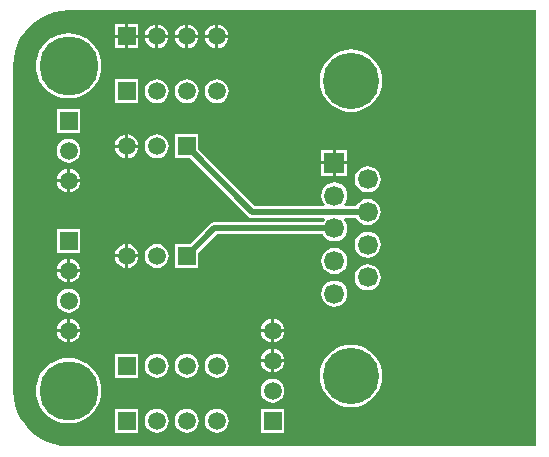
<source format=gbl>
G04 Layer_Physical_Order=2*
G04 Layer_Color=16711680*
%FSLAX24Y24*%
%MOIN*%
G70*
G01*
G75*
%ADD15C,0.0200*%
%ADD16C,0.1874*%
%ADD17R,0.0665X0.0665*%
%ADD18C,0.0665*%
%ADD19C,0.0591*%
%ADD20R,0.0591X0.0591*%
%ADD21R,0.0591X0.0591*%
%ADD22C,0.1969*%
G36*
X0Y12674D02*
X15595D01*
Y-1847D01*
X0D01*
X-7Y-1848D01*
X-241Y-1833D01*
X-479Y-1786D01*
X-708Y-1708D01*
X-924Y-1601D01*
X-1126Y-1467D01*
X-1307Y-1307D01*
X-1467Y-1126D01*
X-1601Y-924D01*
X-1708Y-708D01*
X-1786Y-479D01*
X-1833Y-241D01*
X-1848Y-7D01*
X-1847Y0D01*
Y10827D01*
X-1848Y10834D01*
X-1833Y11068D01*
X-1786Y11305D01*
X-1708Y11534D01*
X-1601Y11751D01*
X-1467Y11952D01*
X-1307Y12134D01*
X-1126Y12294D01*
X-924Y12428D01*
X-708Y12535D01*
X-479Y12613D01*
X-241Y12660D01*
X-7Y12675D01*
X0Y12674D01*
D02*
G37*
%LPC*%
G36*
X8859Y3669D02*
X8746Y3654D01*
X8641Y3610D01*
X8550Y3541D01*
X8481Y3450D01*
X8437Y3345D01*
X8422Y3232D01*
X8437Y3119D01*
X8481Y3014D01*
X8550Y2924D01*
X8641Y2854D01*
X8746Y2811D01*
X8859Y2796D01*
X8972Y2811D01*
X9077Y2854D01*
X9167Y2924D01*
X9237Y3014D01*
X9280Y3119D01*
X9295Y3232D01*
X9280Y3345D01*
X9237Y3450D01*
X9167Y3541D01*
X9077Y3610D01*
X8972Y3654D01*
X8859Y3669D01*
D02*
G37*
G36*
X0Y3399D02*
X-103Y3385D01*
X-199Y3345D01*
X-282Y3282D01*
X-345Y3199D01*
X-385Y3103D01*
X-399Y3000D01*
X-385Y2897D01*
X-345Y2801D01*
X-282Y2718D01*
X-199Y2655D01*
X-103Y2615D01*
X0Y2601D01*
X103Y2615D01*
X199Y2655D01*
X282Y2718D01*
X345Y2801D01*
X385Y2897D01*
X399Y3000D01*
X385Y3103D01*
X345Y3199D01*
X282Y3282D01*
X199Y3345D01*
X103Y3385D01*
X0Y3399D01*
D02*
G37*
G36*
X-50Y3950D02*
X-392D01*
X-385Y3897D01*
X-345Y3801D01*
X-282Y3718D01*
X-199Y3655D01*
X-103Y3615D01*
X-50Y3608D01*
Y3950D01*
D02*
G37*
G36*
X9977Y4214D02*
X9864Y4199D01*
X9759Y4155D01*
X9668Y4086D01*
X9599Y3996D01*
X9555Y3891D01*
X9540Y3778D01*
X9555Y3665D01*
X9599Y3559D01*
X9668Y3469D01*
X9759Y3400D01*
X9864Y3356D01*
X9977Y3341D01*
X10090Y3356D01*
X10195Y3400D01*
X10285Y3469D01*
X10355Y3559D01*
X10398Y3665D01*
X10413Y3778D01*
X10398Y3891D01*
X10355Y3996D01*
X10285Y4086D01*
X10195Y4155D01*
X10090Y4199D01*
X9977Y4214D01*
D02*
G37*
G36*
X6850Y2392D02*
Y2050D01*
X7192D01*
X7185Y2103D01*
X7145Y2199D01*
X7082Y2282D01*
X6999Y2345D01*
X6903Y2385D01*
X6850Y2392D01*
D02*
G37*
G36*
X6750D02*
X6697Y2385D01*
X6601Y2345D01*
X6518Y2282D01*
X6455Y2199D01*
X6415Y2103D01*
X6408Y2050D01*
X6750D01*
Y2392D01*
D02*
G37*
G36*
X7192Y1950D02*
X6850D01*
Y1608D01*
X6903Y1615D01*
X6999Y1655D01*
X7082Y1718D01*
X7145Y1801D01*
X7185Y1897D01*
X7192Y1950D01*
D02*
G37*
G36*
X50Y2392D02*
Y2050D01*
X392D01*
X385Y2103D01*
X345Y2199D01*
X282Y2282D01*
X199Y2345D01*
X103Y2385D01*
X50Y2392D01*
D02*
G37*
G36*
X-50D02*
X-103Y2385D01*
X-199Y2345D01*
X-282Y2282D01*
X-345Y2199D01*
X-385Y2103D01*
X-392Y2050D01*
X-50D01*
Y2392D01*
D02*
G37*
G36*
X392Y3950D02*
X50D01*
Y3608D01*
X103Y3615D01*
X199Y3655D01*
X282Y3718D01*
X345Y3801D01*
X385Y3897D01*
X392Y3950D01*
D02*
G37*
G36*
X9977Y5305D02*
X9864Y5290D01*
X9759Y5246D01*
X9668Y5177D01*
X9599Y5086D01*
X9555Y4981D01*
X9540Y4868D01*
X9555Y4755D01*
X9599Y4650D01*
X9668Y4560D01*
X9759Y4490D01*
X9864Y4447D01*
X9977Y4432D01*
X10090Y4447D01*
X10195Y4490D01*
X10285Y4560D01*
X10355Y4650D01*
X10398Y4755D01*
X10413Y4868D01*
X10398Y4981D01*
X10355Y5086D01*
X10285Y5177D01*
X10195Y5246D01*
X10090Y5290D01*
X9977Y5305D01*
D02*
G37*
G36*
X2329Y4440D02*
X1987D01*
Y4098D01*
X2040Y4105D01*
X2136Y4145D01*
X2219Y4209D01*
X2282Y4291D01*
X2322Y4387D01*
X2329Y4440D01*
D02*
G37*
G36*
X1987Y4883D02*
Y4540D01*
X2329D01*
X2322Y4594D01*
X2282Y4690D01*
X2219Y4772D01*
X2136Y4836D01*
X2040Y4876D01*
X1987Y4883D01*
D02*
G37*
G36*
X1887D02*
X1834Y4876D01*
X1738Y4836D01*
X1655Y4772D01*
X1592Y4690D01*
X1552Y4594D01*
X1545Y4540D01*
X1887D01*
Y4883D01*
D02*
G37*
G36*
Y4440D02*
X1545D01*
X1552Y4387D01*
X1592Y4291D01*
X1655Y4209D01*
X1738Y4145D01*
X1834Y4105D01*
X1887Y4098D01*
Y4440D01*
D02*
G37*
G36*
X-50Y4392D02*
X-103Y4385D01*
X-199Y4345D01*
X-282Y4282D01*
X-345Y4199D01*
X-385Y4103D01*
X-392Y4050D01*
X-50D01*
Y4392D01*
D02*
G37*
G36*
X8859Y4759D02*
X8746Y4744D01*
X8641Y4701D01*
X8550Y4631D01*
X8481Y4541D01*
X8437Y4436D01*
X8422Y4323D01*
X8437Y4210D01*
X8481Y4105D01*
X8550Y4014D01*
X8641Y3945D01*
X8746Y3901D01*
X8859Y3886D01*
X8972Y3901D01*
X9077Y3945D01*
X9167Y4014D01*
X9237Y4105D01*
X9280Y4210D01*
X9295Y4323D01*
X9280Y4436D01*
X9237Y4541D01*
X9167Y4631D01*
X9077Y4701D01*
X8972Y4744D01*
X8859Y4759D01*
D02*
G37*
G36*
X2937Y4889D02*
X2834Y4876D01*
X2738Y4836D01*
X2655Y4772D01*
X2592Y4690D01*
X2552Y4594D01*
X2538Y4490D01*
X2552Y4387D01*
X2592Y4291D01*
X2655Y4209D01*
X2738Y4145D01*
X2834Y4105D01*
X2937Y4092D01*
X3040Y4105D01*
X3136Y4145D01*
X3219Y4209D01*
X3282Y4291D01*
X3322Y4387D01*
X3336Y4490D01*
X3322Y4594D01*
X3282Y4690D01*
X3219Y4772D01*
X3136Y4836D01*
X3040Y4876D01*
X2937Y4889D01*
D02*
G37*
G36*
X50Y4392D02*
Y4050D01*
X392D01*
X385Y4103D01*
X345Y4199D01*
X282Y4282D01*
X199Y4345D01*
X103Y4385D01*
X50Y4392D01*
D02*
G37*
G36*
X9418Y1534D02*
X9255Y1522D01*
X9096Y1483D01*
X8946Y1421D01*
X8806Y1336D01*
X8682Y1230D01*
X8576Y1106D01*
X8491Y966D01*
X8429Y816D01*
X8390Y657D01*
X8378Y494D01*
X8390Y331D01*
X8429Y173D01*
X8491Y22D01*
X8576Y-117D01*
X8682Y-241D01*
X8806Y-347D01*
X8946Y-433D01*
X9096Y-495D01*
X9255Y-533D01*
X9418Y-546D01*
X9581Y-533D01*
X9739Y-495D01*
X9890Y-433D01*
X10029Y-347D01*
X10153Y-241D01*
X10259Y-117D01*
X10345Y22D01*
X10407Y173D01*
X10445Y331D01*
X10458Y494D01*
X10445Y657D01*
X10407Y816D01*
X10345Y966D01*
X10259Y1106D01*
X10153Y1230D01*
X10029Y1336D01*
X9890Y1421D01*
X9739Y1483D01*
X9581Y1522D01*
X9418Y1534D01*
D02*
G37*
G36*
X0Y1088D02*
X-170Y1074D01*
X-336Y1034D01*
X-494Y969D01*
X-639Y880D01*
X-769Y769D01*
X-880Y639D01*
X-969Y494D01*
X-1034Y336D01*
X-1074Y170D01*
X-1088Y0D01*
X-1074Y-170D01*
X-1034Y-336D01*
X-969Y-494D01*
X-880Y-639D01*
X-769Y-769D01*
X-639Y-880D01*
X-494Y-969D01*
X-336Y-1034D01*
X-170Y-1074D01*
X0Y-1088D01*
X170Y-1074D01*
X336Y-1034D01*
X494Y-969D01*
X639Y-880D01*
X769Y-769D01*
X880Y-639D01*
X969Y-494D01*
X1034Y-336D01*
X1074Y-170D01*
X1088Y0D01*
X1074Y170D01*
X1034Y336D01*
X969Y494D01*
X880Y639D01*
X769Y769D01*
X639Y880D01*
X494Y969D01*
X336Y1034D01*
X170Y1074D01*
X0Y1088D01*
D02*
G37*
G36*
X2937Y1229D02*
X2834Y1215D01*
X2738Y1175D01*
X2655Y1112D01*
X2592Y1029D01*
X2552Y933D01*
X2538Y830D01*
X2552Y727D01*
X2592Y631D01*
X2655Y548D01*
X2738Y485D01*
X2834Y445D01*
X2937Y431D01*
X3040Y445D01*
X3136Y485D01*
X3219Y548D01*
X3282Y631D01*
X3322Y727D01*
X3336Y830D01*
X3322Y933D01*
X3282Y1029D01*
X3219Y1112D01*
X3136Y1175D01*
X3040Y1215D01*
X2937Y1229D01*
D02*
G37*
G36*
X6800Y399D02*
X6697Y385D01*
X6601Y345D01*
X6518Y282D01*
X6455Y199D01*
X6415Y103D01*
X6401Y0D01*
X6415Y-103D01*
X6455Y-199D01*
X6518Y-282D01*
X6601Y-345D01*
X6697Y-385D01*
X6800Y-399D01*
X6903Y-385D01*
X6999Y-345D01*
X7082Y-282D01*
X7145Y-199D01*
X7185Y-103D01*
X7199Y0D01*
X7185Y103D01*
X7145Y199D01*
X7082Y282D01*
X6999Y345D01*
X6903Y385D01*
X6800Y399D01*
D02*
G37*
G36*
X7195Y-605D02*
X6405D01*
Y-1395D01*
X7195D01*
Y-605D01*
D02*
G37*
G36*
X3937Y-601D02*
X3834Y-615D01*
X3738Y-655D01*
X3655Y-718D01*
X3592Y-801D01*
X3552Y-897D01*
X3538Y-1000D01*
X3552Y-1103D01*
X3592Y-1199D01*
X3655Y-1282D01*
X3738Y-1345D01*
X3834Y-1385D01*
X3937Y-1399D01*
X4040Y-1385D01*
X4136Y-1345D01*
X4219Y-1282D01*
X4282Y-1199D01*
X4322Y-1103D01*
X4336Y-1000D01*
X4322Y-897D01*
X4282Y-801D01*
X4219Y-718D01*
X4136Y-655D01*
X4040Y-615D01*
X3937Y-601D01*
D02*
G37*
G36*
X2937D02*
X2834Y-615D01*
X2738Y-655D01*
X2655Y-718D01*
X2592Y-801D01*
X2552Y-897D01*
X2538Y-1000D01*
X2552Y-1103D01*
X2592Y-1199D01*
X2655Y-1282D01*
X2738Y-1345D01*
X2834Y-1385D01*
X2937Y-1399D01*
X3040Y-1385D01*
X3136Y-1345D01*
X3219Y-1282D01*
X3282Y-1199D01*
X3322Y-1103D01*
X3336Y-1000D01*
X3322Y-897D01*
X3282Y-801D01*
X3219Y-718D01*
X3136Y-655D01*
X3040Y-615D01*
X2937Y-601D01*
D02*
G37*
G36*
X2332Y-605D02*
X1542D01*
Y-1395D01*
X2332D01*
Y-605D01*
D02*
G37*
G36*
X4937Y-601D02*
X4834Y-615D01*
X4738Y-655D01*
X4655Y-718D01*
X4592Y-801D01*
X4552Y-897D01*
X4538Y-1000D01*
X4552Y-1103D01*
X4592Y-1199D01*
X4655Y-1282D01*
X4738Y-1345D01*
X4834Y-1385D01*
X4937Y-1399D01*
X5040Y-1385D01*
X5136Y-1345D01*
X5219Y-1282D01*
X5282Y-1199D01*
X5322Y-1103D01*
X5336Y-1000D01*
X5322Y-897D01*
X5282Y-801D01*
X5219Y-718D01*
X5136Y-655D01*
X5040Y-615D01*
X4937Y-601D01*
D02*
G37*
G36*
X3937Y1229D02*
X3834Y1215D01*
X3738Y1175D01*
X3655Y1112D01*
X3592Y1029D01*
X3552Y933D01*
X3538Y830D01*
X3552Y727D01*
X3592Y631D01*
X3655Y548D01*
X3738Y485D01*
X3834Y445D01*
X3937Y431D01*
X4040Y445D01*
X4136Y485D01*
X4219Y548D01*
X4282Y631D01*
X4322Y727D01*
X4336Y830D01*
X4322Y933D01*
X4282Y1029D01*
X4219Y1112D01*
X4136Y1175D01*
X4040Y1215D01*
X3937Y1229D01*
D02*
G37*
G36*
X6750Y1950D02*
X6408D01*
X6415Y1897D01*
X6455Y1801D01*
X6518Y1718D01*
X6601Y1655D01*
X6697Y1615D01*
X6750Y1608D01*
Y1950D01*
D02*
G37*
G36*
X6850Y1392D02*
Y1050D01*
X7192D01*
X7185Y1103D01*
X7145Y1199D01*
X7082Y1282D01*
X6999Y1345D01*
X6903Y1385D01*
X6850Y1392D01*
D02*
G37*
G36*
X392Y1950D02*
X50D01*
Y1608D01*
X103Y1615D01*
X199Y1655D01*
X282Y1718D01*
X345Y1801D01*
X385Y1897D01*
X392Y1950D01*
D02*
G37*
G36*
X-50D02*
X-392D01*
X-385Y1897D01*
X-345Y1801D01*
X-282Y1718D01*
X-199Y1655D01*
X-103Y1615D01*
X-50Y1608D01*
Y1950D01*
D02*
G37*
G36*
X6750Y1392D02*
X6697Y1385D01*
X6601Y1345D01*
X6518Y1282D01*
X6455Y1199D01*
X6415Y1103D01*
X6408Y1050D01*
X6750D01*
Y1392D01*
D02*
G37*
G36*
X2332Y1225D02*
X1542D01*
Y435D01*
X2332D01*
Y1225D01*
D02*
G37*
G36*
X4937Y1229D02*
X4834Y1215D01*
X4738Y1175D01*
X4655Y1112D01*
X4592Y1029D01*
X4552Y933D01*
X4538Y830D01*
X4552Y727D01*
X4592Y631D01*
X4655Y548D01*
X4738Y485D01*
X4834Y445D01*
X4937Y431D01*
X5040Y445D01*
X5136Y485D01*
X5219Y548D01*
X5282Y631D01*
X5322Y727D01*
X5336Y830D01*
X5322Y933D01*
X5282Y1029D01*
X5219Y1112D01*
X5136Y1175D01*
X5040Y1215D01*
X4937Y1229D01*
D02*
G37*
G36*
X7192Y950D02*
X6850D01*
Y608D01*
X6903Y615D01*
X6999Y655D01*
X7082Y718D01*
X7145Y801D01*
X7185Y897D01*
X7192Y950D01*
D02*
G37*
G36*
X6750D02*
X6408D01*
X6415Y897D01*
X6455Y801D01*
X6518Y718D01*
X6601Y655D01*
X6697Y615D01*
X6750Y608D01*
Y950D01*
D02*
G37*
G36*
X395Y5395D02*
X-395D01*
Y4605D01*
X395D01*
Y5395D01*
D02*
G37*
G36*
X3329Y11761D02*
X2987D01*
Y11419D01*
X3040Y11426D01*
X3136Y11466D01*
X3219Y11529D01*
X3282Y11612D01*
X3322Y11708D01*
X3329Y11761D01*
D02*
G37*
G36*
X2887D02*
X2545D01*
X2552Y11708D01*
X2592Y11612D01*
X2655Y11529D01*
X2738Y11466D01*
X2834Y11426D01*
X2887Y11419D01*
Y11761D01*
D02*
G37*
G36*
X4329D02*
X3987D01*
Y11419D01*
X4040Y11426D01*
X4136Y11466D01*
X4219Y11529D01*
X4282Y11612D01*
X4322Y11708D01*
X4329Y11761D01*
D02*
G37*
G36*
X3887D02*
X3545D01*
X3552Y11708D01*
X3592Y11612D01*
X3655Y11529D01*
X3738Y11466D01*
X3834Y11426D01*
X3887Y11419D01*
Y11761D01*
D02*
G37*
G36*
X2332D02*
X1987D01*
Y11416D01*
X2332D01*
Y11761D01*
D02*
G37*
G36*
Y10376D02*
X1542D01*
Y9586D01*
X2332D01*
Y10376D01*
D02*
G37*
G36*
X4937Y10380D02*
X4834Y10366D01*
X4738Y10326D01*
X4655Y10263D01*
X4592Y10180D01*
X4552Y10084D01*
X4538Y9981D01*
X4552Y9878D01*
X4592Y9782D01*
X4655Y9699D01*
X4738Y9636D01*
X4834Y9596D01*
X4937Y9582D01*
X5040Y9596D01*
X5136Y9636D01*
X5219Y9699D01*
X5282Y9782D01*
X5322Y9878D01*
X5336Y9981D01*
X5322Y10084D01*
X5282Y10180D01*
X5219Y10263D01*
X5136Y10326D01*
X5040Y10366D01*
X4937Y10380D01*
D02*
G37*
G36*
X1887Y11761D02*
X1542D01*
Y11416D01*
X1887D01*
Y11761D01*
D02*
G37*
G36*
X0Y11914D02*
X-170Y11901D01*
X-336Y11861D01*
X-494Y11796D01*
X-639Y11707D01*
X-769Y11596D01*
X-880Y11466D01*
X-969Y11321D01*
X-1034Y11163D01*
X-1074Y10997D01*
X-1088Y10827D01*
X-1074Y10657D01*
X-1034Y10491D01*
X-969Y10333D01*
X-880Y10187D01*
X-769Y10058D01*
X-639Y9947D01*
X-494Y9858D01*
X-336Y9792D01*
X-170Y9753D01*
X0Y9739D01*
X170Y9753D01*
X336Y9792D01*
X494Y9858D01*
X639Y9947D01*
X769Y10058D01*
X880Y10187D01*
X969Y10333D01*
X1034Y10491D01*
X1074Y10657D01*
X1088Y10827D01*
X1074Y10997D01*
X1034Y11163D01*
X969Y11321D01*
X880Y11466D01*
X769Y11596D01*
X639Y11707D01*
X494Y11796D01*
X336Y11861D01*
X170Y11901D01*
X0Y11914D01*
D02*
G37*
G36*
X4887Y11761D02*
X4545D01*
X4552Y11708D01*
X4592Y11612D01*
X4655Y11529D01*
X4738Y11466D01*
X4834Y11426D01*
X4887Y11419D01*
Y11761D01*
D02*
G37*
G36*
X3987Y12203D02*
Y11861D01*
X4329D01*
X4322Y11914D01*
X4282Y12010D01*
X4219Y12093D01*
X4136Y12156D01*
X4040Y12196D01*
X3987Y12203D01*
D02*
G37*
G36*
X3887D02*
X3834Y12196D01*
X3738Y12156D01*
X3655Y12093D01*
X3592Y12010D01*
X3552Y11914D01*
X3545Y11861D01*
X3887D01*
Y12203D01*
D02*
G37*
G36*
X4987D02*
Y11861D01*
X5329D01*
X5322Y11914D01*
X5282Y12010D01*
X5219Y12093D01*
X5136Y12156D01*
X5040Y12196D01*
X4987Y12203D01*
D02*
G37*
G36*
X4887D02*
X4834Y12196D01*
X4738Y12156D01*
X4655Y12093D01*
X4592Y12010D01*
X4552Y11914D01*
X4545Y11861D01*
X4887D01*
Y12203D01*
D02*
G37*
G36*
X2987D02*
Y11861D01*
X3329D01*
X3322Y11914D01*
X3282Y12010D01*
X3219Y12093D01*
X3136Y12156D01*
X3040Y12196D01*
X2987Y12203D01*
D02*
G37*
G36*
X1887Y12206D02*
X1542D01*
Y11861D01*
X1887D01*
Y12206D01*
D02*
G37*
G36*
X5329Y11761D02*
X4987D01*
Y11419D01*
X5040Y11426D01*
X5136Y11466D01*
X5219Y11529D01*
X5282Y11612D01*
X5322Y11708D01*
X5329Y11761D01*
D02*
G37*
G36*
X2887Y12203D02*
X2834Y12196D01*
X2738Y12156D01*
X2655Y12093D01*
X2592Y12010D01*
X2552Y11914D01*
X2545Y11861D01*
X2887D01*
Y12203D01*
D02*
G37*
G36*
X2332Y12206D02*
X1987D01*
Y11861D01*
X2332D01*
Y12206D01*
D02*
G37*
G36*
X3937Y10380D02*
X3834Y10366D01*
X3738Y10326D01*
X3655Y10263D01*
X3592Y10180D01*
X3552Y10084D01*
X3538Y9981D01*
X3552Y9878D01*
X3592Y9782D01*
X3655Y9699D01*
X3738Y9636D01*
X3834Y9596D01*
X3937Y9582D01*
X4040Y9596D01*
X4136Y9636D01*
X4219Y9699D01*
X4282Y9782D01*
X4322Y9878D01*
X4336Y9981D01*
X4322Y10084D01*
X4282Y10180D01*
X4219Y10263D01*
X4136Y10326D01*
X4040Y10366D01*
X3937Y10380D01*
D02*
G37*
G36*
X8809Y7544D02*
X8426D01*
Y7162D01*
X8809D01*
Y7544D01*
D02*
G37*
G36*
X50Y7392D02*
Y7050D01*
X392D01*
X385Y7103D01*
X345Y7199D01*
X282Y7282D01*
X199Y7345D01*
X103Y7385D01*
X50Y7392D01*
D02*
G37*
G36*
X0Y8399D02*
X-103Y8385D01*
X-199Y8345D01*
X-282Y8282D01*
X-345Y8199D01*
X-385Y8103D01*
X-399Y8000D01*
X-385Y7897D01*
X-345Y7801D01*
X-282Y7718D01*
X-199Y7655D01*
X-103Y7615D01*
X0Y7601D01*
X103Y7615D01*
X199Y7655D01*
X282Y7718D01*
X345Y7801D01*
X385Y7897D01*
X399Y8000D01*
X385Y8103D01*
X345Y8199D01*
X282Y8282D01*
X199Y8345D01*
X103Y8385D01*
X0Y8399D01*
D02*
G37*
G36*
X9291Y7544D02*
X8909D01*
Y7162D01*
X9291D01*
Y7544D01*
D02*
G37*
G36*
X-50Y7392D02*
X-103Y7385D01*
X-199Y7345D01*
X-282Y7282D01*
X-345Y7199D01*
X-385Y7103D01*
X-392Y7050D01*
X-50D01*
Y7392D01*
D02*
G37*
G36*
Y6950D02*
X-392D01*
X-385Y6897D01*
X-345Y6801D01*
X-282Y6718D01*
X-199Y6655D01*
X-103Y6615D01*
X-50Y6608D01*
Y6950D01*
D02*
G37*
G36*
X4332Y8546D02*
X3542D01*
Y7755D01*
X4044D01*
X5985Y5814D01*
X6051Y5770D01*
X6129Y5755D01*
X8515D01*
X8537Y5705D01*
X8481Y5632D01*
X8475Y5617D01*
X4860D01*
X4860Y5617D01*
X4782Y5602D01*
X4716Y5558D01*
X4044Y4886D01*
X3542D01*
Y4095D01*
X4332D01*
Y4597D01*
X4944Y5209D01*
X8475D01*
X8481Y5195D01*
X8550Y5105D01*
X8641Y5035D01*
X8746Y4992D01*
X8859Y4977D01*
X8972Y4992D01*
X9077Y5035D01*
X9167Y5105D01*
X9237Y5195D01*
X9280Y5300D01*
X9295Y5413D01*
X9280Y5526D01*
X9237Y5632D01*
X9181Y5705D01*
X9203Y5755D01*
X9593D01*
X9599Y5740D01*
X9668Y5650D01*
X9759Y5581D01*
X9864Y5537D01*
X9977Y5522D01*
X10090Y5537D01*
X10195Y5581D01*
X10285Y5650D01*
X10355Y5740D01*
X10398Y5846D01*
X10413Y5959D01*
X10398Y6072D01*
X10355Y6177D01*
X10285Y6267D01*
X10195Y6337D01*
X10090Y6380D01*
X9977Y6395D01*
X9864Y6380D01*
X9759Y6337D01*
X9668Y6267D01*
X9599Y6177D01*
X9593Y6163D01*
X9203D01*
X9181Y6213D01*
X9237Y6286D01*
X9280Y6391D01*
X9295Y6504D01*
X9280Y6617D01*
X9237Y6722D01*
X9167Y6813D01*
X9077Y6882D01*
X8972Y6925D01*
X8859Y6940D01*
X8746Y6925D01*
X8641Y6882D01*
X8550Y6813D01*
X8481Y6722D01*
X8437Y6617D01*
X8422Y6504D01*
X8437Y6391D01*
X8481Y6286D01*
X8537Y6213D01*
X8515Y6163D01*
X6214D01*
X4332Y8044D01*
Y8546D01*
D02*
G37*
G36*
X9977Y7486D02*
X9864Y7471D01*
X9759Y7427D01*
X9668Y7358D01*
X9599Y7267D01*
X9555Y7162D01*
X9540Y7049D01*
X9555Y6936D01*
X9599Y6831D01*
X9668Y6741D01*
X9759Y6671D01*
X9864Y6628D01*
X9977Y6613D01*
X10090Y6628D01*
X10195Y6671D01*
X10285Y6741D01*
X10355Y6831D01*
X10398Y6936D01*
X10413Y7049D01*
X10398Y7162D01*
X10355Y7267D01*
X10285Y7358D01*
X10195Y7427D01*
X10090Y7471D01*
X9977Y7486D01*
D02*
G37*
G36*
X392Y6950D02*
X50D01*
Y6608D01*
X103Y6615D01*
X199Y6655D01*
X282Y6718D01*
X345Y6801D01*
X385Y6897D01*
X392Y6950D01*
D02*
G37*
G36*
X8809Y8027D02*
X8426D01*
Y7644D01*
X8809D01*
Y8027D01*
D02*
G37*
G36*
X395Y9395D02*
X-395D01*
Y8605D01*
X395D01*
Y9395D01*
D02*
G37*
G36*
X1987Y8543D02*
Y8201D01*
X2329D01*
X2322Y8254D01*
X2282Y8350D01*
X2219Y8433D01*
X2136Y8496D01*
X2040Y8536D01*
X1987Y8543D01*
D02*
G37*
G36*
X2937Y10380D02*
X2834Y10366D01*
X2738Y10326D01*
X2655Y10263D01*
X2592Y10180D01*
X2552Y10084D01*
X2538Y9981D01*
X2552Y9878D01*
X2592Y9782D01*
X2655Y9699D01*
X2738Y9636D01*
X2834Y9596D01*
X2937Y9582D01*
X3040Y9596D01*
X3136Y9636D01*
X3219Y9699D01*
X3282Y9782D01*
X3322Y9878D01*
X3336Y9981D01*
X3322Y10084D01*
X3282Y10180D01*
X3219Y10263D01*
X3136Y10326D01*
X3040Y10366D01*
X2937Y10380D01*
D02*
G37*
G36*
X9418Y11373D02*
X9255Y11360D01*
X9096Y11322D01*
X8946Y11260D01*
X8806Y11174D01*
X8682Y11068D01*
X8576Y10944D01*
X8491Y10805D01*
X8429Y10654D01*
X8390Y10495D01*
X8378Y10333D01*
X8390Y10170D01*
X8429Y10011D01*
X8491Y9860D01*
X8576Y9721D01*
X8682Y9597D01*
X8806Y9491D01*
X8946Y9406D01*
X9096Y9343D01*
X9255Y9305D01*
X9418Y9292D01*
X9581Y9305D01*
X9739Y9343D01*
X9890Y9406D01*
X10029Y9491D01*
X10153Y9597D01*
X10259Y9721D01*
X10345Y9860D01*
X10407Y10011D01*
X10445Y10170D01*
X10458Y10333D01*
X10445Y10495D01*
X10407Y10654D01*
X10345Y10805D01*
X10259Y10944D01*
X10153Y11068D01*
X10029Y11174D01*
X9890Y11260D01*
X9739Y11322D01*
X9581Y11360D01*
X9418Y11373D01*
D02*
G37*
G36*
X1887Y8543D02*
X1834Y8536D01*
X1738Y8496D01*
X1655Y8433D01*
X1592Y8350D01*
X1552Y8254D01*
X1545Y8201D01*
X1887D01*
Y8543D01*
D02*
G37*
G36*
X2937Y8549D02*
X2834Y8536D01*
X2738Y8496D01*
X2655Y8433D01*
X2592Y8350D01*
X2552Y8254D01*
X2538Y8151D01*
X2552Y8048D01*
X2592Y7951D01*
X2655Y7869D01*
X2738Y7805D01*
X2834Y7766D01*
X2937Y7752D01*
X3040Y7766D01*
X3136Y7805D01*
X3219Y7869D01*
X3282Y7951D01*
X3322Y8048D01*
X3336Y8151D01*
X3322Y8254D01*
X3282Y8350D01*
X3219Y8433D01*
X3136Y8496D01*
X3040Y8536D01*
X2937Y8549D01*
D02*
G37*
G36*
X9291Y8027D02*
X8909D01*
Y7644D01*
X9291D01*
Y8027D01*
D02*
G37*
G36*
X2329Y8101D02*
X1987D01*
Y7759D01*
X2040Y7766D01*
X2136Y7805D01*
X2219Y7869D01*
X2282Y7951D01*
X2322Y8048D01*
X2329Y8101D01*
D02*
G37*
G36*
X1887D02*
X1545D01*
X1552Y8048D01*
X1592Y7951D01*
X1655Y7869D01*
X1738Y7805D01*
X1834Y7766D01*
X1887Y7759D01*
Y8101D01*
D02*
G37*
%LPD*%
D15*
X4860Y5413D02*
X8859D01*
X3937Y4490D02*
X4860Y5413D01*
X6129Y5959D02*
X9977D01*
X3937Y8151D02*
X6129Y5959D01*
D16*
X9418Y494D02*
D03*
Y10333D02*
D03*
D17*
X8859Y7594D02*
D03*
D18*
X9977Y7049D02*
D03*
X8859Y6504D02*
D03*
X9977Y5959D02*
D03*
X8859Y5413D02*
D03*
X9977Y4868D02*
D03*
X8859Y4323D02*
D03*
X9977Y3778D02*
D03*
X8859Y3232D02*
D03*
D19*
X0Y2000D02*
D03*
Y3000D02*
D03*
Y4000D02*
D03*
X4937Y830D02*
D03*
X3937D02*
D03*
X2937D02*
D03*
X4937Y-1000D02*
D03*
X3937D02*
D03*
X2937D02*
D03*
Y8151D02*
D03*
X1937D02*
D03*
X2937Y4490D02*
D03*
X1937D02*
D03*
X0Y8000D02*
D03*
Y7000D02*
D03*
X4937Y9981D02*
D03*
X3937D02*
D03*
X2937D02*
D03*
X6800Y2000D02*
D03*
Y1000D02*
D03*
Y0D02*
D03*
X4937Y11811D02*
D03*
X3937D02*
D03*
X2937D02*
D03*
D20*
X0Y5000D02*
D03*
Y9000D02*
D03*
X6800Y-1000D02*
D03*
D21*
X1937Y830D02*
D03*
Y-1000D02*
D03*
X3937Y8151D02*
D03*
Y4490D02*
D03*
X1937Y9981D02*
D03*
Y11811D02*
D03*
D22*
X0Y0D02*
D03*
Y10827D02*
D03*
M02*

</source>
